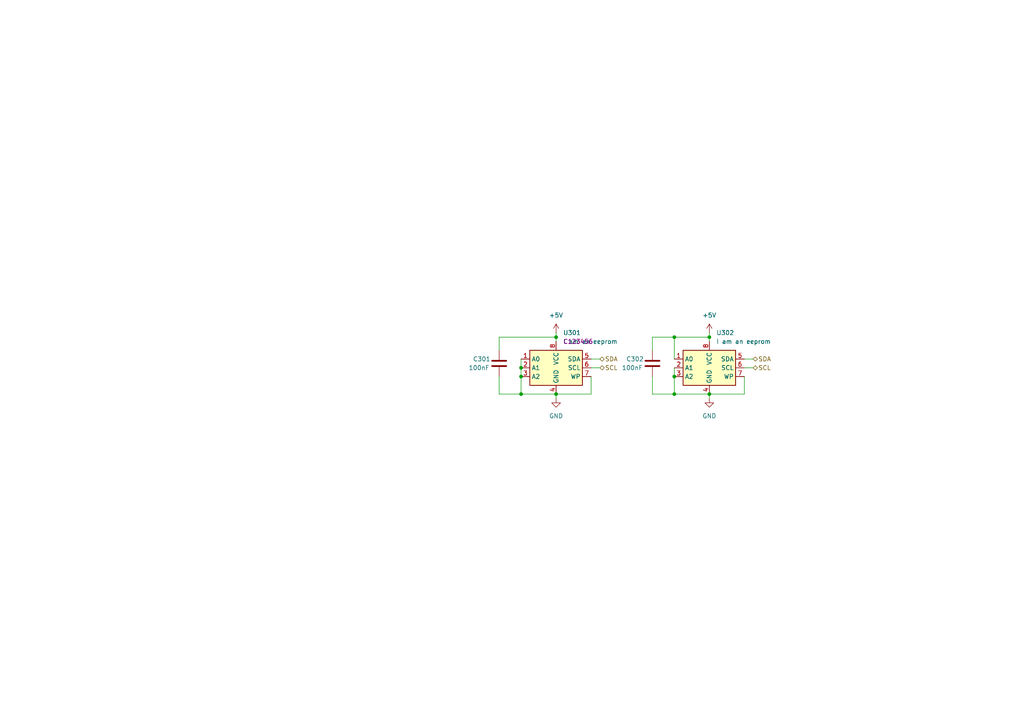
<source format=kicad_sch>
(kicad_sch (version 20230121) (generator eeschema)
  (paper "A4")
  (lib_symbols
    (symbol "Device:C" (pin_numbers hide) (pin_names (offset 0.254))
      (property "Reference" "C" (at 0.635 2.54 0))
      (property "Value" "C" (at 0.635 -2.54 0))
      (symbol "C_0_1"
        (polyline (pts (xy -2.032 -0.762) (xy 2.032 -0.762)) (stroke (width 0.508)))
        (polyline (pts (xy -2.032 0.762) (xy 2.032 0.762)) (stroke (width 0.508)))
      )
      (symbol "C_1_1"
        (pin passive line (at 0 3.81 270) (length 2.794) (name "~") (number "1"))
        (pin passive line (at 0 -3.81 90) (length 2.794) (name "~") (number "2"))
      )
    )
    (symbol "Memory_EEPROM:24LC256"
      (property "Reference" "U" (at -6.35 6.35 0))
      (property "Value" "I am an Eeprom" (at 1.27 6.35 0))
      (symbol "24LC256_1_1"
        (rectangle (start -7.62 5.08) (end 7.62 -5.08) (stroke (width 0.254)) (fill (type background)))
        (pin input line (at -10.16 2.54 0) (length 2.54) (name "A0") (number "1"))
        (pin input line (at -10.16 0 0) (length 2.54) (name "A1") (number "2"))
        (pin input line (at -10.16 -2.54 0) (length 2.54) (name "A2") (number "3"))
        (pin power_in line (at 0 -7.62 90) (length 2.54) (name "GND") (number "4"))
        (pin bidirectional line (at 10.16 2.54 180) (length 2.54) (name "SDA") (number "5"))
        (pin input line (at 10.16 0 180) (length 2.54) (name "SCL") (number "6"))
        (pin input line (at 10.16 -2.54 180) (length 2.54) (name "WP") (number "7"))
        (pin power_in line (at 0 7.62 270) (length 2.54) (name "VCC") (number "8"))
      )
    )
    (symbol "power:+5V" (power) (pin_names (offset 0))
      (property "Value" "+5V" (at 0 3.556 0))
      (symbol "+5V_0_1"
        (polyline (pts (xy -0.762 1.27) (xy 0 2.54)))
        (polyline (pts (xy 0 0) (xy 0 2.54)))
        (polyline (pts (xy 0 2.54) (xy 0.762 1.27)))
      )
      (symbol "+5V_1_1"
        (pin power_in line (at 0 0 90) (length 0) hide (name "+5V") (number "1"))
      )
    )
    (symbol "power:GND" (power) (pin_names (offset 0))
      (property "Value" "GND" (at 0 -3.81 0))
      (symbol "GND_0_1"
        (polyline (pts (xy 0 0) (xy 0 -1.27) (xy 1.27 -1.27) (xy 0 -2.54) (xy -1.27 -1.27) (xy 0 -1.27)))
      )
      (symbol "GND_1_1"
        (pin power_in line (at 0 0 270) (length 0) hide (name "GND") (number "1"))
      )
    )
  )
  (junction (at 205.74 114.3))
  (junction (at 195.58 97.79))
  (junction (at 195.58 114.3))
  (junction (at 151.13 106.68))
  (junction (at 151.13 109.22))
  (junction (at 161.29 114.3))
  (junction (at 161.29 97.79))
  (junction (at 151.13 114.3))
  (junction (at 205.74 97.79))
  (junction (at 195.58 109.22))
  (wire (pts (xy 161.29 97.79) (xy 161.29 99.06)))
  (wire (pts (xy 205.74 97.79) (xy 205.74 99.06)))
  (wire (pts (xy 171.45 114.3) (xy 161.29 114.3)))
  (wire (pts (xy 144.78 101.6) (xy 144.78 97.79)))
  (wire (pts (xy 161.29 114.3) (xy 151.13 114.3)))
  (wire (pts (xy 215.9 104.14) (xy 218.44 104.14)))
  (wire (pts (xy 161.29 114.3) (xy 161.29 115.57)))
  (wire (pts (xy 215.9 114.3) (xy 205.74 114.3)))
  (wire (pts (xy 205.74 114.3) (xy 195.58 114.3)))
  (wire (pts (xy 171.45 109.22) (xy 171.45 114.3)))
  (wire (pts (xy 215.9 109.22) (xy 215.9 114.3)))
  (wire (pts (xy 195.58 114.3) (xy 195.58 109.22)))
  (wire (pts (xy 189.23 97.79) (xy 195.58 97.79)))
  (wire (pts (xy 151.13 114.3) (xy 144.78 114.3)))
  (wire (pts (xy 195.58 109.22) (xy 195.58 106.68)))
  (wire (pts (xy 189.23 101.6) (xy 189.23 97.79)))
  (wire (pts (xy 215.9 106.68) (xy 218.44 106.68)))
  (wire (pts (xy 144.78 114.3) (xy 144.78 109.22)))
  (wire (pts (xy 205.74 96.52) (xy 205.74 97.79)))
  (wire (pts (xy 151.13 114.3) (xy 151.13 109.22)))
  (wire (pts (xy 205.74 114.3) (xy 205.74 115.57)))
  (wire (pts (xy 189.23 114.3) (xy 189.23 109.22)))
  (wire (pts (xy 195.58 104.14) (xy 195.58 97.79)))
  (wire (pts (xy 161.29 96.52) (xy 161.29 97.79)))
  (wire (pts (xy 171.45 106.68) (xy 173.99 106.68)))
  (wire (pts (xy 195.58 114.3) (xy 189.23 114.3)))
  (wire (pts (xy 171.45 104.14) (xy 173.99 104.14)))
  (wire (pts (xy 144.78 97.79) (xy 161.29 97.79)))
  (wire (pts (xy 151.13 109.22) (xy 151.13 106.68)))
  (wire (pts (xy 195.58 97.79) (xy 205.74 97.79)))
  (wire (pts (xy 151.13 106.68) (xy 151.13 104.14)))
  (hierarchical_label "SCL" (shape bidirectional) (at 218.44 106.68 0))
  (hierarchical_label "SDA" (shape bidirectional) (at 218.44 104.14 0))
  (hierarchical_label "SDA" (shape bidirectional) (at 173.99 104.14 0))
  (hierarchical_label "SCL" (shape bidirectional) (at 173.99 106.68 0))
  (symbol (lib_id "power:+5V") (at 161.29 96.52 0) (unit 1)
    (property "Reference" "#PWR0111" (effects hide))
    (property "Value" "+5V" (at 161.29 91.44 0))
  )
  (symbol (lib_id "Device:C") (at 144.78 105.41 0) (unit 1)
    (property "Reference" "C301" (at 137.16 104.14 0) (effects (justify left)))
    (property "Value" "100nF" (at 135.89 106.68 0) (effects (justify left)))
    (property "Footprint" "Capacitor_THT:C_Disc_D3.0mm_W1.6mm_P2.50mm" (effects hide))
  )
  (symbol (lib_id "power:GND") (at 205.74 115.57 0) (unit 1)
    (property "Reference" "#PWR0114" (effects hide))
    (property "Value" "GND" (at 205.74 120.65 0))
  )
  (symbol (lib_id "Memory_EEPROM:24LC256") (at 205.74 106.68 0) (unit 1)
    (property "Reference" "U302" (at 207.7594 96.52 0) (effects (justify left)))
    (property "Value" "I am an eeprom" (at 207.7594 99.06 0) (effects (justify left)))
    (property "Footprint" "Package_DIP:DIP-8_W7.62mm" (effects hide))
    (property "Datasheet" "http://ww1.microchip.com/downloads/en/devicedoc/21203m.pdf" (effects hide))
  )
  (symbol (lib_id "Memory_EEPROM:24LC256") (at 161.29 106.68 0) (unit 1)
    (property "Reference" "U301" (at 163.3094 96.52 0) (effects (justify left)))
    (property "Value" "I am an eeprom" (at 163.3094 99.06 0) (effects (justify left)))
    (property "Footprint" "Package_DIP:DIP-8_W7.62mm" (effects hide))
    (property "Datasheet" "http://ww1.microchip.com/downloads/en/devicedoc/21203m.pdf" (effects hide))
    (property "JLCPCB Part" "C123456" (at 163.3094 99.06 0) (effects (justify left)))
  )
  (symbol (lib_id "power:GND") (at 161.29 115.57 0) (unit 1)
    (property "Reference" "#PWR0112" (effects hide))
    (property "Value" "GND" (at 161.29 120.65 0))
  )
  (symbol (lib_id "Device:C") (at 189.23 105.41 0) (unit 1)
    (property "Reference" "C302" (at 181.61 104.14 0) (effects (justify left)))
    (property "Value" "100nF" (at 180.34 106.68 0) (effects (justify left)))
    (property "Footprint" "Capacitor_THT:C_Disc_D3.0mm_W1.6mm_P2.50mm" (effects hide))
  )
  (symbol (lib_id "power:+5V") (at 205.74 96.52 0) (unit 1)
    (property "Reference" "#PWR0113" (effects hide))
    (property "Value" "+5V" (at 205.74 91.44 0))
  )
)
</source>
